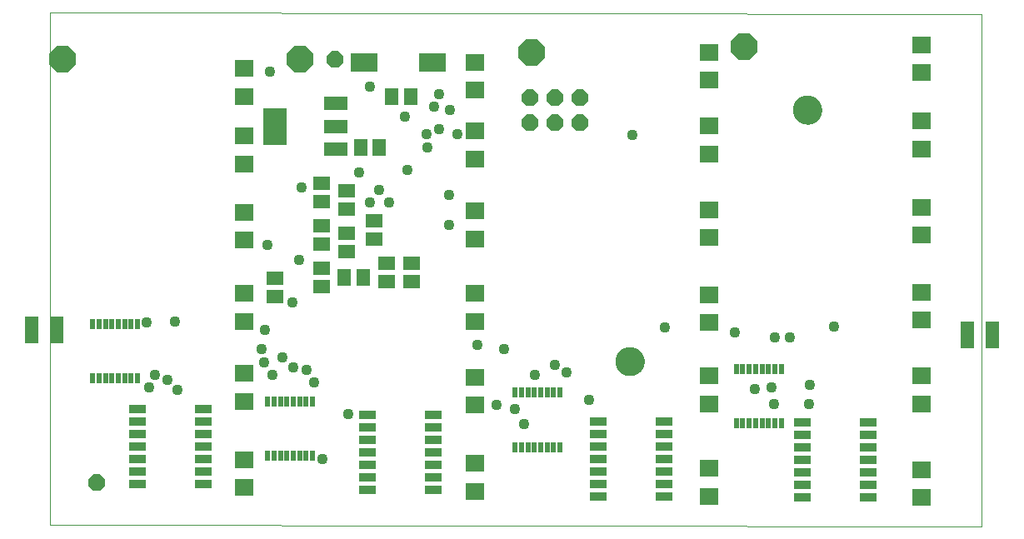
<source format=gts>
G75*
%MOIN*%
%OFA0B0*%
%FSLAX25Y25*%
%IPPOS*%
%LPD*%
%AMOC8*
5,1,8,0,0,1.08239X$1,22.5*
%
%ADD10C,0.00000*%
%ADD11R,0.05718X0.06506*%
%ADD12R,0.06506X0.05718*%
%ADD13OC8,0.06600*%
%ADD14R,0.07698X0.06899*%
%ADD15R,0.06899X0.05718*%
%ADD16R,0.06506X0.03356*%
%ADD17R,0.01969X0.04331*%
%ADD18OC8,0.10600*%
%ADD19C,0.11624*%
%ADD20R,0.09400X0.05400*%
%ADD21R,0.09261X0.14773*%
%ADD22R,0.11033X0.07490*%
%ADD23R,0.05600X0.10600*%
%ADD24C,0.04362*%
D10*
X0014000Y0001800D02*
X0014000Y0206761D01*
X0386701Y0206261D01*
X0386701Y0001300D01*
X0014000Y0001800D01*
X0240488Y0067300D02*
X0240490Y0067448D01*
X0240496Y0067596D01*
X0240506Y0067744D01*
X0240520Y0067891D01*
X0240538Y0068038D01*
X0240559Y0068184D01*
X0240585Y0068330D01*
X0240615Y0068475D01*
X0240648Y0068619D01*
X0240686Y0068762D01*
X0240727Y0068904D01*
X0240772Y0069045D01*
X0240820Y0069185D01*
X0240873Y0069324D01*
X0240929Y0069461D01*
X0240989Y0069596D01*
X0241052Y0069730D01*
X0241119Y0069862D01*
X0241190Y0069992D01*
X0241264Y0070120D01*
X0241341Y0070246D01*
X0241422Y0070370D01*
X0241506Y0070492D01*
X0241593Y0070611D01*
X0241684Y0070728D01*
X0241778Y0070843D01*
X0241874Y0070955D01*
X0241974Y0071065D01*
X0242076Y0071171D01*
X0242182Y0071275D01*
X0242290Y0071376D01*
X0242401Y0071474D01*
X0242514Y0071570D01*
X0242630Y0071662D01*
X0242748Y0071751D01*
X0242869Y0071836D01*
X0242992Y0071919D01*
X0243117Y0071998D01*
X0243244Y0072074D01*
X0243373Y0072146D01*
X0243504Y0072215D01*
X0243637Y0072280D01*
X0243772Y0072341D01*
X0243908Y0072399D01*
X0244045Y0072454D01*
X0244184Y0072504D01*
X0244325Y0072551D01*
X0244466Y0072594D01*
X0244609Y0072634D01*
X0244753Y0072669D01*
X0244897Y0072701D01*
X0245043Y0072728D01*
X0245189Y0072752D01*
X0245336Y0072772D01*
X0245483Y0072788D01*
X0245630Y0072800D01*
X0245778Y0072808D01*
X0245926Y0072812D01*
X0246074Y0072812D01*
X0246222Y0072808D01*
X0246370Y0072800D01*
X0246517Y0072788D01*
X0246664Y0072772D01*
X0246811Y0072752D01*
X0246957Y0072728D01*
X0247103Y0072701D01*
X0247247Y0072669D01*
X0247391Y0072634D01*
X0247534Y0072594D01*
X0247675Y0072551D01*
X0247816Y0072504D01*
X0247955Y0072454D01*
X0248092Y0072399D01*
X0248228Y0072341D01*
X0248363Y0072280D01*
X0248496Y0072215D01*
X0248627Y0072146D01*
X0248756Y0072074D01*
X0248883Y0071998D01*
X0249008Y0071919D01*
X0249131Y0071836D01*
X0249252Y0071751D01*
X0249370Y0071662D01*
X0249486Y0071570D01*
X0249599Y0071474D01*
X0249710Y0071376D01*
X0249818Y0071275D01*
X0249924Y0071171D01*
X0250026Y0071065D01*
X0250126Y0070955D01*
X0250222Y0070843D01*
X0250316Y0070728D01*
X0250407Y0070611D01*
X0250494Y0070492D01*
X0250578Y0070370D01*
X0250659Y0070246D01*
X0250736Y0070120D01*
X0250810Y0069992D01*
X0250881Y0069862D01*
X0250948Y0069730D01*
X0251011Y0069596D01*
X0251071Y0069461D01*
X0251127Y0069324D01*
X0251180Y0069185D01*
X0251228Y0069045D01*
X0251273Y0068904D01*
X0251314Y0068762D01*
X0251352Y0068619D01*
X0251385Y0068475D01*
X0251415Y0068330D01*
X0251441Y0068184D01*
X0251462Y0068038D01*
X0251480Y0067891D01*
X0251494Y0067744D01*
X0251504Y0067596D01*
X0251510Y0067448D01*
X0251512Y0067300D01*
X0251510Y0067152D01*
X0251504Y0067004D01*
X0251494Y0066856D01*
X0251480Y0066709D01*
X0251462Y0066562D01*
X0251441Y0066416D01*
X0251415Y0066270D01*
X0251385Y0066125D01*
X0251352Y0065981D01*
X0251314Y0065838D01*
X0251273Y0065696D01*
X0251228Y0065555D01*
X0251180Y0065415D01*
X0251127Y0065276D01*
X0251071Y0065139D01*
X0251011Y0065004D01*
X0250948Y0064870D01*
X0250881Y0064738D01*
X0250810Y0064608D01*
X0250736Y0064480D01*
X0250659Y0064354D01*
X0250578Y0064230D01*
X0250494Y0064108D01*
X0250407Y0063989D01*
X0250316Y0063872D01*
X0250222Y0063757D01*
X0250126Y0063645D01*
X0250026Y0063535D01*
X0249924Y0063429D01*
X0249818Y0063325D01*
X0249710Y0063224D01*
X0249599Y0063126D01*
X0249486Y0063030D01*
X0249370Y0062938D01*
X0249252Y0062849D01*
X0249131Y0062764D01*
X0249008Y0062681D01*
X0248883Y0062602D01*
X0248756Y0062526D01*
X0248627Y0062454D01*
X0248496Y0062385D01*
X0248363Y0062320D01*
X0248228Y0062259D01*
X0248092Y0062201D01*
X0247955Y0062146D01*
X0247816Y0062096D01*
X0247675Y0062049D01*
X0247534Y0062006D01*
X0247391Y0061966D01*
X0247247Y0061931D01*
X0247103Y0061899D01*
X0246957Y0061872D01*
X0246811Y0061848D01*
X0246664Y0061828D01*
X0246517Y0061812D01*
X0246370Y0061800D01*
X0246222Y0061792D01*
X0246074Y0061788D01*
X0245926Y0061788D01*
X0245778Y0061792D01*
X0245630Y0061800D01*
X0245483Y0061812D01*
X0245336Y0061828D01*
X0245189Y0061848D01*
X0245043Y0061872D01*
X0244897Y0061899D01*
X0244753Y0061931D01*
X0244609Y0061966D01*
X0244466Y0062006D01*
X0244325Y0062049D01*
X0244184Y0062096D01*
X0244045Y0062146D01*
X0243908Y0062201D01*
X0243772Y0062259D01*
X0243637Y0062320D01*
X0243504Y0062385D01*
X0243373Y0062454D01*
X0243244Y0062526D01*
X0243117Y0062602D01*
X0242992Y0062681D01*
X0242869Y0062764D01*
X0242748Y0062849D01*
X0242630Y0062938D01*
X0242514Y0063030D01*
X0242401Y0063126D01*
X0242290Y0063224D01*
X0242182Y0063325D01*
X0242076Y0063429D01*
X0241974Y0063535D01*
X0241874Y0063645D01*
X0241778Y0063757D01*
X0241684Y0063872D01*
X0241593Y0063989D01*
X0241506Y0064108D01*
X0241422Y0064230D01*
X0241341Y0064354D01*
X0241264Y0064480D01*
X0241190Y0064608D01*
X0241119Y0064738D01*
X0241052Y0064870D01*
X0240989Y0065004D01*
X0240929Y0065139D01*
X0240873Y0065276D01*
X0240820Y0065415D01*
X0240772Y0065555D01*
X0240727Y0065696D01*
X0240686Y0065838D01*
X0240648Y0065981D01*
X0240615Y0066125D01*
X0240585Y0066270D01*
X0240559Y0066416D01*
X0240538Y0066562D01*
X0240520Y0066709D01*
X0240506Y0066856D01*
X0240496Y0067004D01*
X0240490Y0067152D01*
X0240488Y0067300D01*
X0311488Y0167800D02*
X0311490Y0167948D01*
X0311496Y0168096D01*
X0311506Y0168244D01*
X0311520Y0168391D01*
X0311538Y0168538D01*
X0311559Y0168684D01*
X0311585Y0168830D01*
X0311615Y0168975D01*
X0311648Y0169119D01*
X0311686Y0169262D01*
X0311727Y0169404D01*
X0311772Y0169545D01*
X0311820Y0169685D01*
X0311873Y0169824D01*
X0311929Y0169961D01*
X0311989Y0170096D01*
X0312052Y0170230D01*
X0312119Y0170362D01*
X0312190Y0170492D01*
X0312264Y0170620D01*
X0312341Y0170746D01*
X0312422Y0170870D01*
X0312506Y0170992D01*
X0312593Y0171111D01*
X0312684Y0171228D01*
X0312778Y0171343D01*
X0312874Y0171455D01*
X0312974Y0171565D01*
X0313076Y0171671D01*
X0313182Y0171775D01*
X0313290Y0171876D01*
X0313401Y0171974D01*
X0313514Y0172070D01*
X0313630Y0172162D01*
X0313748Y0172251D01*
X0313869Y0172336D01*
X0313992Y0172419D01*
X0314117Y0172498D01*
X0314244Y0172574D01*
X0314373Y0172646D01*
X0314504Y0172715D01*
X0314637Y0172780D01*
X0314772Y0172841D01*
X0314908Y0172899D01*
X0315045Y0172954D01*
X0315184Y0173004D01*
X0315325Y0173051D01*
X0315466Y0173094D01*
X0315609Y0173134D01*
X0315753Y0173169D01*
X0315897Y0173201D01*
X0316043Y0173228D01*
X0316189Y0173252D01*
X0316336Y0173272D01*
X0316483Y0173288D01*
X0316630Y0173300D01*
X0316778Y0173308D01*
X0316926Y0173312D01*
X0317074Y0173312D01*
X0317222Y0173308D01*
X0317370Y0173300D01*
X0317517Y0173288D01*
X0317664Y0173272D01*
X0317811Y0173252D01*
X0317957Y0173228D01*
X0318103Y0173201D01*
X0318247Y0173169D01*
X0318391Y0173134D01*
X0318534Y0173094D01*
X0318675Y0173051D01*
X0318816Y0173004D01*
X0318955Y0172954D01*
X0319092Y0172899D01*
X0319228Y0172841D01*
X0319363Y0172780D01*
X0319496Y0172715D01*
X0319627Y0172646D01*
X0319756Y0172574D01*
X0319883Y0172498D01*
X0320008Y0172419D01*
X0320131Y0172336D01*
X0320252Y0172251D01*
X0320370Y0172162D01*
X0320486Y0172070D01*
X0320599Y0171974D01*
X0320710Y0171876D01*
X0320818Y0171775D01*
X0320924Y0171671D01*
X0321026Y0171565D01*
X0321126Y0171455D01*
X0321222Y0171343D01*
X0321316Y0171228D01*
X0321407Y0171111D01*
X0321494Y0170992D01*
X0321578Y0170870D01*
X0321659Y0170746D01*
X0321736Y0170620D01*
X0321810Y0170492D01*
X0321881Y0170362D01*
X0321948Y0170230D01*
X0322011Y0170096D01*
X0322071Y0169961D01*
X0322127Y0169824D01*
X0322180Y0169685D01*
X0322228Y0169545D01*
X0322273Y0169404D01*
X0322314Y0169262D01*
X0322352Y0169119D01*
X0322385Y0168975D01*
X0322415Y0168830D01*
X0322441Y0168684D01*
X0322462Y0168538D01*
X0322480Y0168391D01*
X0322494Y0168244D01*
X0322504Y0168096D01*
X0322510Y0167948D01*
X0322512Y0167800D01*
X0322510Y0167652D01*
X0322504Y0167504D01*
X0322494Y0167356D01*
X0322480Y0167209D01*
X0322462Y0167062D01*
X0322441Y0166916D01*
X0322415Y0166770D01*
X0322385Y0166625D01*
X0322352Y0166481D01*
X0322314Y0166338D01*
X0322273Y0166196D01*
X0322228Y0166055D01*
X0322180Y0165915D01*
X0322127Y0165776D01*
X0322071Y0165639D01*
X0322011Y0165504D01*
X0321948Y0165370D01*
X0321881Y0165238D01*
X0321810Y0165108D01*
X0321736Y0164980D01*
X0321659Y0164854D01*
X0321578Y0164730D01*
X0321494Y0164608D01*
X0321407Y0164489D01*
X0321316Y0164372D01*
X0321222Y0164257D01*
X0321126Y0164145D01*
X0321026Y0164035D01*
X0320924Y0163929D01*
X0320818Y0163825D01*
X0320710Y0163724D01*
X0320599Y0163626D01*
X0320486Y0163530D01*
X0320370Y0163438D01*
X0320252Y0163349D01*
X0320131Y0163264D01*
X0320008Y0163181D01*
X0319883Y0163102D01*
X0319756Y0163026D01*
X0319627Y0162954D01*
X0319496Y0162885D01*
X0319363Y0162820D01*
X0319228Y0162759D01*
X0319092Y0162701D01*
X0318955Y0162646D01*
X0318816Y0162596D01*
X0318675Y0162549D01*
X0318534Y0162506D01*
X0318391Y0162466D01*
X0318247Y0162431D01*
X0318103Y0162399D01*
X0317957Y0162372D01*
X0317811Y0162348D01*
X0317664Y0162328D01*
X0317517Y0162312D01*
X0317370Y0162300D01*
X0317222Y0162292D01*
X0317074Y0162288D01*
X0316926Y0162288D01*
X0316778Y0162292D01*
X0316630Y0162300D01*
X0316483Y0162312D01*
X0316336Y0162328D01*
X0316189Y0162348D01*
X0316043Y0162372D01*
X0315897Y0162399D01*
X0315753Y0162431D01*
X0315609Y0162466D01*
X0315466Y0162506D01*
X0315325Y0162549D01*
X0315184Y0162596D01*
X0315045Y0162646D01*
X0314908Y0162701D01*
X0314772Y0162759D01*
X0314637Y0162820D01*
X0314504Y0162885D01*
X0314373Y0162954D01*
X0314244Y0163026D01*
X0314117Y0163102D01*
X0313992Y0163181D01*
X0313869Y0163264D01*
X0313748Y0163349D01*
X0313630Y0163438D01*
X0313514Y0163530D01*
X0313401Y0163626D01*
X0313290Y0163724D01*
X0313182Y0163825D01*
X0313076Y0163929D01*
X0312974Y0164035D01*
X0312874Y0164145D01*
X0312778Y0164257D01*
X0312684Y0164372D01*
X0312593Y0164489D01*
X0312506Y0164608D01*
X0312422Y0164730D01*
X0312341Y0164854D01*
X0312264Y0164980D01*
X0312190Y0165108D01*
X0312119Y0165238D01*
X0312052Y0165370D01*
X0311989Y0165504D01*
X0311929Y0165639D01*
X0311873Y0165776D01*
X0311820Y0165915D01*
X0311772Y0166055D01*
X0311727Y0166196D01*
X0311686Y0166338D01*
X0311648Y0166481D01*
X0311615Y0166625D01*
X0311585Y0166770D01*
X0311559Y0166916D01*
X0311538Y0167062D01*
X0311520Y0167209D01*
X0311506Y0167356D01*
X0311496Y0167504D01*
X0311490Y0167652D01*
X0311488Y0167800D01*
D11*
X0158240Y0173300D03*
X0150760Y0173300D03*
X0145740Y0152800D03*
X0138260Y0152800D03*
X0139240Y0100800D03*
X0131760Y0100800D03*
D12*
X0122500Y0097060D03*
X0122500Y0104540D03*
X0132500Y0111060D03*
X0122500Y0114060D03*
X0122500Y0121540D03*
X0132500Y0118540D03*
X0143500Y0116060D03*
X0143500Y0123540D03*
X0132500Y0128060D03*
X0122500Y0131060D03*
X0122500Y0138540D03*
X0132500Y0135540D03*
X0104000Y0100658D03*
X0104000Y0093178D03*
D13*
X0206000Y0162800D03*
X0216000Y0162800D03*
X0226000Y0162800D03*
X0226000Y0172800D03*
X0216000Y0172800D03*
X0206000Y0172800D03*
X0128000Y0188300D03*
X0032500Y0018800D03*
D14*
X0091500Y0016702D03*
X0091500Y0027898D03*
X0091500Y0051202D03*
X0091500Y0062398D03*
X0091500Y0083202D03*
X0091500Y0094398D03*
X0091500Y0115702D03*
X0091500Y0126898D03*
X0091500Y0146202D03*
X0091500Y0157398D03*
X0091500Y0173202D03*
X0091500Y0184398D03*
X0184000Y0186898D03*
X0184000Y0175702D03*
X0184000Y0159398D03*
X0184000Y0148202D03*
X0184000Y0127398D03*
X0184000Y0116202D03*
X0184000Y0094398D03*
X0184000Y0083202D03*
X0184000Y0060898D03*
X0184000Y0049702D03*
X0184000Y0026398D03*
X0184000Y0015202D03*
X0277500Y0013202D03*
X0277500Y0024398D03*
X0277500Y0050202D03*
X0277500Y0061398D03*
X0277500Y0082702D03*
X0277500Y0093898D03*
X0277500Y0116702D03*
X0277500Y0127898D03*
X0277500Y0150202D03*
X0277500Y0161398D03*
X0277500Y0179702D03*
X0277500Y0190898D03*
X0362500Y0193898D03*
X0362500Y0182702D03*
X0362500Y0163398D03*
X0362500Y0152202D03*
X0362500Y0128898D03*
X0362500Y0117702D03*
X0362500Y0094898D03*
X0362500Y0083702D03*
X0362500Y0061398D03*
X0362500Y0050202D03*
X0362500Y0023898D03*
X0362500Y0012702D03*
D15*
X0158500Y0099060D03*
X0148500Y0099060D03*
X0148500Y0106540D03*
X0158500Y0106540D03*
D16*
X0075173Y0048300D03*
X0075173Y0043300D03*
X0075173Y0038300D03*
X0075173Y0033300D03*
X0075173Y0028300D03*
X0075173Y0023300D03*
X0075173Y0018300D03*
X0048827Y0018300D03*
X0048827Y0023300D03*
X0048827Y0028300D03*
X0048827Y0033300D03*
X0048827Y0038300D03*
X0048827Y0043300D03*
X0048827Y0048300D03*
X0140827Y0045800D03*
X0140827Y0040800D03*
X0140827Y0035800D03*
X0140827Y0030800D03*
X0140827Y0025800D03*
X0140827Y0020800D03*
X0140827Y0015800D03*
X0167173Y0015800D03*
X0167173Y0020800D03*
X0167173Y0025800D03*
X0167173Y0030800D03*
X0167173Y0035800D03*
X0167173Y0040800D03*
X0167173Y0045800D03*
X0233327Y0043300D03*
X0233327Y0038300D03*
X0233327Y0033300D03*
X0233327Y0028300D03*
X0233327Y0023300D03*
X0233327Y0018300D03*
X0233327Y0013300D03*
X0259673Y0013300D03*
X0259673Y0018300D03*
X0259673Y0023300D03*
X0259673Y0028300D03*
X0259673Y0033300D03*
X0259673Y0038300D03*
X0259673Y0043300D03*
X0314827Y0042800D03*
X0314827Y0037800D03*
X0314827Y0032800D03*
X0314827Y0027800D03*
X0314827Y0022800D03*
X0314827Y0017800D03*
X0314827Y0012800D03*
X0341173Y0012800D03*
X0341173Y0017800D03*
X0341173Y0022800D03*
X0341173Y0027800D03*
X0341173Y0032800D03*
X0341173Y0037800D03*
X0341173Y0042800D03*
D17*
X0306457Y0042375D03*
X0303898Y0042375D03*
X0301339Y0042375D03*
X0298780Y0042375D03*
X0296220Y0042375D03*
X0293661Y0042375D03*
X0291102Y0042375D03*
X0288543Y0042375D03*
X0288543Y0064225D03*
X0291102Y0064225D03*
X0293661Y0064225D03*
X0296220Y0064225D03*
X0298780Y0064225D03*
X0301339Y0064225D03*
X0303898Y0064225D03*
X0306457Y0064225D03*
X0217957Y0054725D03*
X0215398Y0054725D03*
X0212839Y0054725D03*
X0210280Y0054725D03*
X0207720Y0054725D03*
X0205161Y0054725D03*
X0202602Y0054725D03*
X0200043Y0054725D03*
X0200043Y0032875D03*
X0202602Y0032875D03*
X0205161Y0032875D03*
X0207720Y0032875D03*
X0210280Y0032875D03*
X0212839Y0032875D03*
X0215398Y0032875D03*
X0217957Y0032875D03*
X0118957Y0029375D03*
X0116398Y0029375D03*
X0113839Y0029375D03*
X0111280Y0029375D03*
X0108720Y0029375D03*
X0106161Y0029375D03*
X0103602Y0029375D03*
X0101043Y0029375D03*
X0101043Y0051225D03*
X0103602Y0051225D03*
X0106161Y0051225D03*
X0108720Y0051225D03*
X0111280Y0051225D03*
X0113839Y0051225D03*
X0116398Y0051225D03*
X0118957Y0051225D03*
X0048957Y0060375D03*
X0046398Y0060375D03*
X0043839Y0060375D03*
X0041280Y0060375D03*
X0038720Y0060375D03*
X0036161Y0060375D03*
X0033602Y0060375D03*
X0031043Y0060375D03*
X0031043Y0082225D03*
X0033602Y0082225D03*
X0036161Y0082225D03*
X0038720Y0082225D03*
X0041280Y0082225D03*
X0043839Y0082225D03*
X0046398Y0082225D03*
X0048957Y0082225D03*
D18*
X0019000Y0188300D03*
X0114000Y0188300D03*
X0206500Y0190800D03*
X0291500Y0193300D03*
D19*
X0317000Y0167800D03*
X0246000Y0067300D03*
D20*
X0128200Y0152200D03*
X0128200Y0161300D03*
X0128200Y0170400D03*
D21*
X0103799Y0161300D03*
D22*
X0139720Y0186800D03*
X0167083Y0186800D03*
D23*
X0016500Y0079800D03*
X0006500Y0079800D03*
X0381000Y0077800D03*
X0391000Y0077800D03*
D24*
X0362500Y0061398D03*
X0327500Y0081300D03*
X0310000Y0076800D03*
X0304000Y0076800D03*
X0288000Y0078800D03*
X0260000Y0080800D03*
X0277500Y0061398D03*
X0296000Y0056300D03*
X0302500Y0056800D03*
X0303500Y0050300D03*
X0317500Y0050300D03*
X0318000Y0057800D03*
X0277500Y0025800D03*
X0229500Y0051800D03*
X0220500Y0062800D03*
X0216000Y0065800D03*
X0208000Y0061800D03*
X0195500Y0072300D03*
X0185000Y0073800D03*
X0192500Y0049800D03*
X0200000Y0048300D03*
X0203500Y0042300D03*
X0184000Y0026398D03*
X0133240Y0046300D03*
X0119500Y0058800D03*
X0116500Y0063800D03*
X0111280Y0064800D03*
X0107000Y0068800D03*
X0099500Y0066800D03*
X0098500Y0072300D03*
X0100000Y0079800D03*
X0111000Y0090800D03*
X0113500Y0107800D03*
X0101000Y0113800D03*
X0142000Y0130800D03*
X0145500Y0135800D03*
X0149500Y0130800D03*
X0137500Y0142800D03*
X0157000Y0143800D03*
X0165000Y0152800D03*
X0164500Y0158300D03*
X0169500Y0160300D03*
X0177000Y0158300D03*
X0184000Y0159398D03*
X0174000Y0167800D03*
X0167500Y0169300D03*
X0169500Y0174300D03*
X0156000Y0165300D03*
X0142000Y0177300D03*
X0102000Y0183300D03*
X0114500Y0136800D03*
X0173500Y0133800D03*
X0184000Y0127398D03*
X0173500Y0121800D03*
X0247000Y0157800D03*
X0277500Y0161398D03*
X0277500Y0190898D03*
X0362500Y0193898D03*
X0362500Y0163398D03*
X0362500Y0128898D03*
X0277500Y0127898D03*
X0184000Y0187898D03*
X0064000Y0083300D03*
X0052500Y0082800D03*
X0056000Y0061800D03*
X0061000Y0059800D03*
X0065000Y0055800D03*
X0053500Y0056800D03*
X0091500Y0062398D03*
X0103000Y0061800D03*
X0091500Y0027898D03*
X0123000Y0028300D03*
X0362500Y0023898D03*
M02*

</source>
